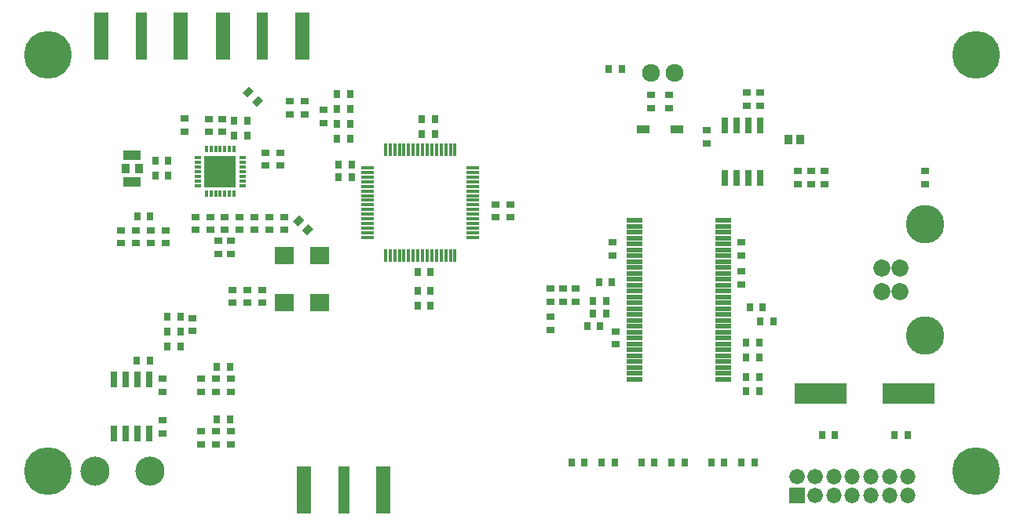
<source format=gts>
G04 (created by PCBNEW (2013-jul-07)-stable) date Пт. 06 марта 2015 16:18:19*
%MOIN*%
G04 Gerber Fmt 3.4, Leading zero omitted, Abs format*
%FSLAX34Y34*%
G01*
G70*
G90*
G04 APERTURE LIST*
%ADD10C,0.00393701*%
%ADD11R,0.0659055X0.0659055*%
%ADD12C,0.0659055*%
%ADD13O,0.0659055X0.0659055*%
%ADD14R,0.222406X0.0878055*%
%ADD15R,0.0531055X0.0335055*%
%ADD16C,0.0759055*%
%ADD17R,0.0309055X0.0709055*%
%ADD18R,0.0334055X0.0413055*%
%ADD19R,0.0374016X0.0413386*%
%ADD20R,0.0767717X0.0413386*%
%ADD21C,0.124016*%
%ADD22R,0.0295276X0.015748*%
%ADD23R,0.015748X0.0295276*%
%ADD24R,0.133858X0.133858*%
%ADD25R,0.0295276X0.0374016*%
%ADD26R,0.0374016X0.0295276*%
%ADD27R,0.015748X0.0531496*%
%ADD28R,0.0531496X0.015748*%
%ADD29R,0.0688976X0.019685*%
%ADD30R,0.0255906X0.0688976*%
%ADD31C,0.0728346*%
%ADD32C,0.163386*%
%ADD33R,0.0846457X0.0767717*%
%ADD34C,0.202756*%
%ADD35R,0.0649606X0.202756*%
%ADD36R,0.0452756X0.202756*%
G04 APERTURE END LIST*
G54D10*
G54D11*
X69170Y-42372D03*
G54D12*
X69170Y-41585D03*
X69957Y-42372D03*
X69957Y-41585D03*
G54D13*
X70745Y-42372D03*
X70745Y-41585D03*
X71532Y-42372D03*
X71532Y-41585D03*
X72320Y-42372D03*
X72320Y-41585D03*
X73107Y-42372D03*
X73107Y-41585D03*
X73894Y-42372D03*
X73894Y-41585D03*
G54D14*
X70195Y-38031D03*
X73935Y-38031D03*
G54D15*
X64094Y-26791D03*
X62638Y-26791D03*
G54D16*
X62970Y-24415D03*
X63970Y-24415D03*
G54D17*
X66105Y-28885D03*
X66605Y-28885D03*
X67105Y-28885D03*
X67605Y-28885D03*
X67605Y-26635D03*
X67105Y-26635D03*
X66605Y-26635D03*
X66105Y-26635D03*
G54D18*
X68825Y-27225D03*
X69335Y-27225D03*
G54D19*
X40688Y-28464D03*
G54D20*
X40964Y-29035D03*
X40964Y-27893D03*
G54D19*
X41240Y-28464D03*
G54D21*
X39370Y-41338D03*
X41732Y-41338D03*
G54D22*
X43755Y-28009D03*
X43755Y-28206D03*
X43755Y-28403D03*
X43755Y-28600D03*
X43755Y-28796D03*
X43755Y-28993D03*
X43755Y-29190D03*
G54D23*
X44109Y-29544D03*
X44306Y-29544D03*
X44503Y-29544D03*
X44700Y-29544D03*
X44896Y-29544D03*
X45093Y-29544D03*
X45290Y-29544D03*
G54D22*
X45644Y-29190D03*
X45644Y-28993D03*
X45644Y-28796D03*
X45644Y-28600D03*
X45644Y-28403D03*
X45644Y-28206D03*
X45644Y-28009D03*
G54D23*
X45290Y-27655D03*
X45093Y-27655D03*
X44896Y-27655D03*
X44700Y-27655D03*
X44503Y-27655D03*
X44306Y-27655D03*
X44109Y-27655D03*
G54D24*
X44700Y-28600D03*
G54D25*
X43011Y-36043D03*
X42460Y-36043D03*
G54D26*
X70367Y-28586D03*
X70367Y-29137D03*
X69802Y-28586D03*
X69802Y-29137D03*
X69232Y-28586D03*
X69232Y-29137D03*
X74625Y-29133D03*
X74625Y-28582D03*
G54D25*
X73880Y-39801D03*
X73329Y-39801D03*
X70249Y-39801D03*
X70800Y-39801D03*
G54D26*
X67040Y-25805D03*
X67040Y-25254D03*
X67605Y-25805D03*
X67605Y-25254D03*
X65345Y-26839D03*
X65345Y-27390D03*
X62970Y-25349D03*
X62970Y-25900D03*
X63745Y-25349D03*
X63745Y-25900D03*
G54D25*
X61194Y-24240D03*
X61745Y-24240D03*
G54D26*
X66830Y-31614D03*
X66830Y-32165D03*
X66830Y-32854D03*
X66830Y-33405D03*
G54D25*
X67169Y-34385D03*
X67720Y-34385D03*
X67629Y-34960D03*
X68180Y-34960D03*
X67027Y-35885D03*
X67578Y-35885D03*
X67027Y-36496D03*
X67578Y-36496D03*
X67027Y-37322D03*
X67578Y-37322D03*
X67380Y-40970D03*
X66829Y-40970D03*
X66100Y-40970D03*
X65549Y-40970D03*
X64410Y-40975D03*
X63859Y-40975D03*
X63130Y-40975D03*
X62579Y-40975D03*
X61440Y-40975D03*
X60889Y-40975D03*
X60160Y-40975D03*
X59609Y-40975D03*
G54D26*
X61496Y-35944D03*
X61496Y-35393D03*
G54D25*
X61335Y-33290D03*
X60784Y-33290D03*
G54D26*
X61358Y-31614D03*
X61358Y-32165D03*
G54D25*
X41712Y-36633D03*
X41161Y-36633D03*
X43011Y-34783D03*
X42460Y-34783D03*
G54D26*
X41751Y-31102D03*
X41751Y-31653D03*
X43897Y-37421D03*
X43897Y-37972D03*
X43897Y-39645D03*
X43897Y-40196D03*
X40492Y-31102D03*
X40492Y-31653D03*
G54D25*
X49655Y-25305D03*
X50206Y-25305D03*
G54D26*
X44527Y-37421D03*
X44527Y-37972D03*
G54D25*
X44566Y-36909D03*
X45118Y-36909D03*
G54D26*
X45157Y-37421D03*
X45157Y-37972D03*
X44527Y-39645D03*
X44527Y-40196D03*
G54D25*
X44566Y-39133D03*
X45118Y-39133D03*
G54D26*
X45157Y-39645D03*
X45157Y-40196D03*
X41122Y-31102D03*
X41122Y-31653D03*
G54D25*
X41181Y-30511D03*
X41732Y-30511D03*
X49655Y-25935D03*
X50206Y-25935D03*
G54D26*
X49084Y-25974D03*
X49084Y-26525D03*
G54D25*
X49655Y-26564D03*
X50206Y-26564D03*
X43011Y-35413D03*
X42460Y-35413D03*
G54D26*
X42244Y-37421D03*
X42244Y-37972D03*
X43523Y-35374D03*
X43523Y-34822D03*
G54D10*
G36*
X48640Y-31052D02*
X48375Y-31317D01*
X48166Y-31108D01*
X48431Y-30844D01*
X48640Y-31052D01*
X48640Y-31052D01*
G37*
G36*
X48250Y-30663D02*
X47985Y-30927D01*
X47777Y-30718D01*
X48041Y-30454D01*
X48250Y-30663D01*
X48250Y-30663D01*
G37*
G54D26*
X56377Y-30551D03*
X56377Y-30000D03*
X42244Y-39724D03*
X42244Y-39173D03*
G54D25*
X67027Y-37952D03*
X67578Y-37952D03*
X60820Y-35175D03*
X60269Y-35175D03*
X61070Y-34645D03*
X60519Y-34645D03*
X61070Y-34115D03*
X60519Y-34115D03*
G54D26*
X58715Y-35325D03*
X58715Y-34774D03*
X58715Y-33584D03*
X58715Y-34135D03*
X59245Y-33584D03*
X59245Y-34135D03*
X59775Y-33584D03*
X59775Y-34135D03*
X57007Y-30551D03*
X57007Y-30000D03*
G54D25*
X53622Y-32874D03*
X53070Y-32874D03*
X53622Y-33681D03*
X53070Y-33681D03*
X53622Y-34311D03*
X53070Y-34311D03*
X53267Y-26377D03*
X53818Y-26377D03*
X53267Y-27007D03*
X53818Y-27007D03*
X50285Y-28840D03*
X49734Y-28840D03*
X50285Y-28310D03*
X49734Y-28310D03*
X49655Y-27194D03*
X50206Y-27194D03*
G54D26*
X48287Y-25610D03*
X48287Y-26161D03*
X47657Y-25610D03*
X47657Y-26161D03*
X46476Y-34173D03*
X46476Y-33622D03*
X45846Y-34173D03*
X45846Y-33622D03*
X45216Y-34173D03*
X45216Y-33622D03*
X47421Y-31082D03*
X47421Y-30531D03*
X42381Y-31102D03*
X42381Y-31653D03*
X44901Y-30531D03*
X44901Y-31082D03*
X44606Y-31555D03*
X44606Y-32106D03*
X45157Y-32106D03*
X45157Y-31555D03*
X43641Y-30531D03*
X43641Y-31082D03*
X45531Y-30531D03*
X45531Y-31082D03*
X44271Y-30531D03*
X44271Y-31082D03*
X46791Y-30531D03*
X46791Y-31082D03*
X46161Y-30531D03*
X46161Y-31082D03*
X46614Y-28346D03*
X46614Y-27795D03*
X47244Y-28346D03*
X47244Y-27795D03*
G54D25*
X42500Y-28759D03*
X41948Y-28759D03*
X42500Y-28129D03*
X41948Y-28129D03*
G54D26*
X43195Y-26905D03*
X43195Y-26354D03*
X44212Y-26909D03*
X44212Y-26358D03*
X44783Y-26909D03*
X44783Y-26358D03*
G54D25*
X45295Y-27066D03*
X45846Y-27066D03*
X45295Y-26437D03*
X45846Y-26437D03*
G54D27*
X51713Y-27675D03*
X51910Y-27675D03*
X52107Y-27675D03*
X52304Y-27675D03*
X52501Y-27675D03*
X52697Y-27675D03*
X52894Y-27675D03*
X53091Y-27675D03*
X53288Y-27675D03*
X53485Y-27675D03*
X53682Y-27675D03*
X53878Y-27675D03*
X54075Y-27675D03*
X54272Y-27675D03*
X54469Y-27675D03*
X54666Y-27675D03*
G54D28*
X55434Y-31396D03*
X55434Y-31199D03*
X55434Y-31002D03*
X55434Y-30805D03*
X55434Y-30608D03*
X55434Y-30412D03*
X55434Y-30215D03*
X55434Y-30018D03*
X55434Y-29821D03*
X55434Y-29624D03*
X55434Y-29427D03*
X55434Y-29231D03*
X55434Y-29034D03*
X55434Y-28837D03*
X55434Y-28640D03*
X55434Y-28443D03*
G54D27*
X54666Y-32164D03*
X54469Y-32164D03*
X54272Y-32164D03*
X54075Y-32164D03*
X53878Y-32164D03*
X53682Y-32164D03*
X53485Y-32164D03*
X53288Y-32164D03*
X53091Y-32164D03*
X52894Y-32164D03*
X52697Y-32164D03*
X52501Y-32164D03*
X52304Y-32164D03*
X52107Y-32164D03*
X51910Y-32164D03*
X51713Y-32164D03*
G54D28*
X50945Y-28443D03*
X50945Y-28640D03*
X50945Y-28837D03*
X50945Y-29034D03*
X50945Y-29231D03*
X50945Y-29427D03*
X50945Y-29624D03*
X50945Y-29821D03*
X50945Y-30018D03*
X50945Y-30215D03*
X50945Y-30412D03*
X50945Y-30608D03*
X50945Y-30805D03*
X50945Y-31002D03*
X50945Y-31199D03*
X50945Y-31396D03*
G54D10*
G36*
X45651Y-25246D02*
X45915Y-24981D01*
X46124Y-25190D01*
X45859Y-25455D01*
X45651Y-25246D01*
X45651Y-25246D01*
G37*
G36*
X46040Y-25636D02*
X46305Y-25371D01*
X46514Y-25580D01*
X46249Y-25844D01*
X46040Y-25636D01*
X46040Y-25636D01*
G37*
G54D29*
X66040Y-37425D03*
X66040Y-37175D03*
X66040Y-36925D03*
X66040Y-36675D03*
X66040Y-36425D03*
X66040Y-36175D03*
X66040Y-35925D03*
X66040Y-35675D03*
X66040Y-35425D03*
X66040Y-35175D03*
X66040Y-34925D03*
X66040Y-34675D03*
X66040Y-34425D03*
X66040Y-34175D03*
X66040Y-33925D03*
X66040Y-33675D03*
X66040Y-33425D03*
X66040Y-33175D03*
X66040Y-32925D03*
X66040Y-32675D03*
X66040Y-32425D03*
X66040Y-32175D03*
X66040Y-31925D03*
X66040Y-31675D03*
X66040Y-31425D03*
X66040Y-31175D03*
X66040Y-30925D03*
X66040Y-30675D03*
X62290Y-30675D03*
X62290Y-30925D03*
X62290Y-31175D03*
X62290Y-31425D03*
X62290Y-31675D03*
X62290Y-31925D03*
X62290Y-32175D03*
X62290Y-32425D03*
X62290Y-32675D03*
X62290Y-32925D03*
X62290Y-33175D03*
X62290Y-33425D03*
X62290Y-33675D03*
X62290Y-33925D03*
X62290Y-34175D03*
X62290Y-34425D03*
X62290Y-34675D03*
X62290Y-34925D03*
X62290Y-35175D03*
X62290Y-35425D03*
X62290Y-35675D03*
X62290Y-35925D03*
X62290Y-36175D03*
X62290Y-36425D03*
X62290Y-36675D03*
X62290Y-36925D03*
X62290Y-37175D03*
X62290Y-37425D03*
G54D30*
X41694Y-39732D03*
X41194Y-39732D03*
X40694Y-39732D03*
X40194Y-39732D03*
X40194Y-37432D03*
X40694Y-37432D03*
X41194Y-37432D03*
X41694Y-37432D03*
G54D31*
X72775Y-33700D03*
X72775Y-32716D03*
X73562Y-33700D03*
X73562Y-32716D03*
G54D32*
X74629Y-35578D03*
X74629Y-30838D03*
G54D33*
X47419Y-34188D03*
X47419Y-32188D03*
X48919Y-32188D03*
X48919Y-34188D03*
G54D34*
X76771Y-23622D03*
X76771Y-41338D03*
X37401Y-41338D03*
X37401Y-23622D03*
G54D35*
X51614Y-42125D03*
X48267Y-42125D03*
G54D36*
X49940Y-42125D03*
G54D35*
X39665Y-22834D03*
X43011Y-22834D03*
G54D36*
X41338Y-22834D03*
G54D35*
X44822Y-22834D03*
X48169Y-22834D03*
G54D36*
X46496Y-22834D03*
M02*

</source>
